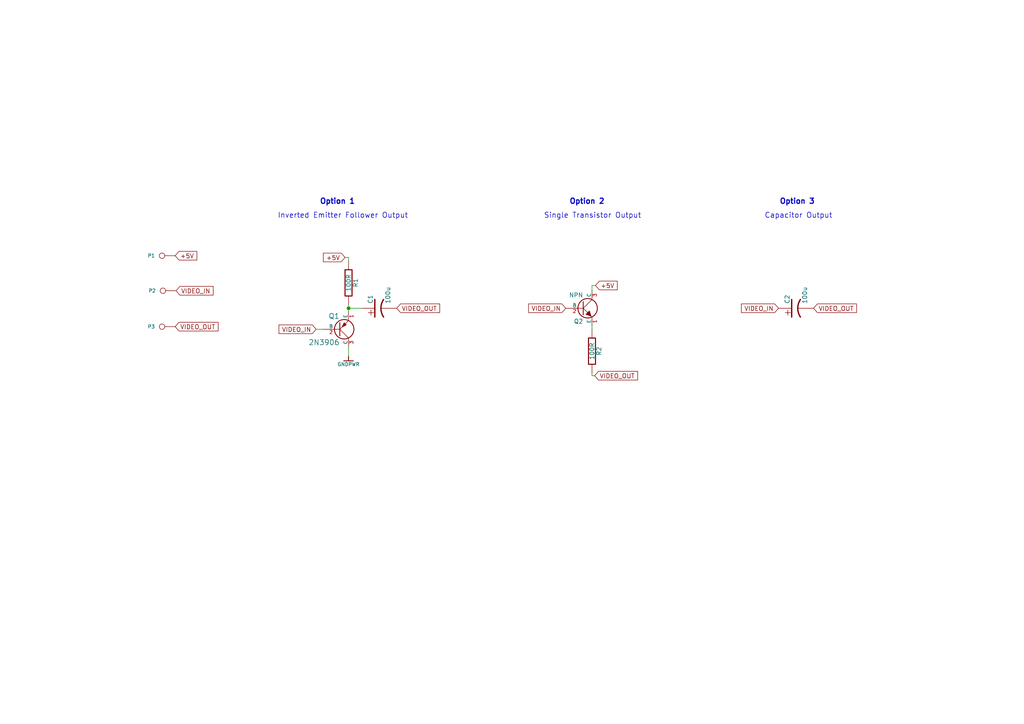
<source format=kicad_sch>
(kicad_sch (version 20250114) (generator "eeschema") (generator_version "9.0")
  (paper "A4")
  (title_block (title "ZX Spectrum 48K Composite Mod PCB") (date "2026-01-24") (rev "1.0") (company "Submeson Brain Corporation"))
  (lib_symbols
    (symbol "Spectrum-48K-Video-Mod-rescue:CONN_1" (pin_numbers (hide yes)) (pin_names (offset 0.762) (hide yes))
      (property "Reference" "P" (at 2.032 0 0))
      (symbol "CONN_1_0_1"
        (polyline (pts (xy -0.762 0) (xy -1.27 0)))
        (circle (center 0 0) (radius 0.7874))
      )
      (symbol "CONN_1_1_1"
        (pin passive line (at -3.81 0 0) (length 2.54) (name "1") (number "1"))
      )
    )
    (symbol "Spectrum-48K-Video-Mod-rescue:CP1" (pin_numbers (hide yes)) (pin_names (offset 0.254) (hide yes))
      (property "Reference" "C" (at 1.27 2.54 0))
      (property "Value" "CP1" (at 1.27 -2.54 0))
      (symbol "CP1_0_0"
        (text "+" (at -1.27 2.54 0) (effects (font (size 2.032 2.032))))
      )
      (symbol "CP1_0_1"
        (polyline (pts (xy -2.54 1.27) (xy 2.54 1.27) (xy 1.27 1.27) (xy 1.27 1.27)) (stroke (width 0.381)))
        (arc (start -2.54 -1.27) (mid 0 -0.5009) (end 2.54 -1.27) (stroke (width 0.381)))
      )
      (symbol "CP1_1_1"
        (pin passive line (at 0 5.08 270) (length 3.81) (name "~") (number "1"))
        (pin passive line (at 0 -5.08 90) (length 4.572) (name "~") (number "2"))
      )
    )
    (symbol "Spectrum-48K-Video-Mod-rescue:GND" (power) (pin_numbers (hide yes)) (pin_names (offset 0) (hide yes))
      (property "Value" "GND" (at 0 -2.286 0))
      (symbol "GND_0_1"
        (polyline (pts (xy 0 0) (xy 0 -1.143)) (stroke (width 0.254)))
        (polyline (pts (xy 1.397 -1.27) (xy -1.397 -1.27)) (stroke (width 0.254)))
      )
      (symbol "GND_1_1"
        (pin power_in line (at 0 0 90) (length 0) (hide yes) (name "GNDPWR") (number "1"))
      )
    )
    (symbol "Spectrum-48K-Video-Mod-rescue:NPN" (pin_names (offset 0))
      (property "Reference" "Q" (at 0 -3.81 0))
      (property "Value" "NPN" (at 0 3.81 0))
      (symbol "NPN_0_1"
        (polyline (pts (xy 0 1.905) (xy 0 -1.905) (xy 0 -1.905)) (stroke (width 0.254)))
        (polyline (pts (xy 0 0) (xy 2.54 2.54)))
        (circle (center 1.27 0) (radius 2.8194) (stroke (width 0.254)))
        (polyline (pts (xy 1.27 -1.27) (xy 0 0) (xy 0 0)))
        (polyline (pts (xy 2.286 -2.286) (xy 2.54 -2.54) (xy 2.54 -2.54)))
        (polyline (pts (xy 2.286 -2.286) (xy 1.778 -0.762) (xy 0.762 -1.778) (xy 2.286 -2.286) (xy 2.286 -2.286)) (fill (type outline)))
      )
      (symbol "NPN_1_1"
        (pin input line (at -5.08 0 0) (length 5.08) (name "B") (number "2"))
        (pin passive line (at 2.54 5.08 270) (length 2.54) (name "C") (number "3"))
        (pin passive line (at 2.54 -5.08 90) (length 2.54) (name "E") (number "1"))
      )
    )
    (symbol "Spectrum-48K-Video-Mod-rescue:PNP" (pin_names (offset 0))
      (property "Reference" "Q" (at 0 -3.81 0))
      (property "Value" "PNP" (at 0 3.81 0))
      (symbol "PNP_0_1"
        (polyline (pts (xy 0 1.905) (xy 0 -1.905) (xy 0 -1.905)) (stroke (width 0.254)) (fill (type outline)))
        (polyline (pts (xy 0 0) (xy 2.54 2.54)))
        (polyline (pts (xy 0.635 -0.635) (xy 0 0) (xy 0 0)))
        (polyline (pts (xy 0.635 -0.635) (xy 1.27 -1.905) (xy 1.905 -1.27) (xy 0.635 -0.635) (xy 0.635 -0.635)) (fill (type outline)))
        (circle (center 1.27 0) (radius 2.8194) (stroke (width 0.254)))
        (polyline (pts (xy 2.54 -2.54) (xy 1.651 -1.651) (xy 1.651 -1.651)))
      )
      (symbol "PNP_1_1"
        (pin input line (at -5.08 0 0) (length 5.08) (name "B") (number "2"))
        (pin passive line (at 2.54 5.08 270) (length 2.54) (name "C") (number "3"))
        (pin passive line (at 2.54 -5.08 90) (length 2.54) (name "E") (number "1"))
      )
    )
    (symbol "Spectrum-48K-Video-Mod-rescue:R" (pin_numbers (hide yes)) (pin_names (offset 0))
      (property "Reference" "R" (at 2.032 0 90))
      (property "Value" "R" (at 0 0 90))
      (symbol "R_0_1"
        (rectangle (start -1.016 3.81) (end 1.016 -3.81) (stroke (width 0.3048)))
      )
      (symbol "R_1_1"
        (pin passive line (at 0 6.35 270) (length 2.54) (name "~") (number "1"))
        (pin passive line (at 0 -6.35 90) (length 2.54) (name "~") (number "2"))
      )
    )
  )
  (text "Single Transistor Output" (at 157.734 63.5 0) (effects (font (size 1.524 1.524)) (justify left bottom)))
  (text "Option 1" (at 92.71 59.436 0) (effects (font (size 1.524 1.524) (thickness 0.3048) (bold yes)) (justify left bottom)))
  (text "Option 2" (at 165.1 59.436 0) (effects (font (size 1.524 1.524) (thickness 0.3048) (bold yes)) (justify left bottom)))
  (text "Option 3" (at 226.06 59.436 0) (effects (font (size 1.524 1.524) (thickness 0.3048) (bold yes)) (justify left bottom)))
  (text "Capacitor Output" (at 221.742 63.5 0) (effects (font (size 1.524 1.524)) (justify left bottom)))
  (text "Inverted Emitter Follower Output" (at 80.518 63.5 0) (effects (font (size 1.524 1.524)) (justify left bottom)))
  (junction (at 101.092 89.408))
  (wire (pts (xy 171.704 108.966) (xy 172.466 108.966)))
  (wire (pts (xy 171.704 82.804) (xy 172.72 82.804)))
  (wire (pts (xy 101.092 103.378) (xy 101.092 100.584)))
  (wire (pts (xy 101.092 74.676) (xy 100.076 74.676)))
  (wire (pts (xy 101.092 89.408) (xy 104.902 89.408)))
  (wire (pts (xy 171.704 94.488) (xy 171.704 95.504)))
  (wire (pts (xy 93.472 95.504) (xy 91.694 95.504)))
  (wire (pts (xy 101.092 89.408) (xy 101.092 90.424)))
  (wire (pts (xy 101.092 75.692) (xy 101.092 74.676)))
  (wire (pts (xy 101.092 88.392) (xy 101.092 89.408)))
  (wire (pts (xy 171.704 108.204) (xy 171.704 108.966)))
  (wire (pts (xy 171.704 84.328) (xy 171.704 82.804)))
  (global_label "VIDEO_IN" (shape input) (at 225.806 89.408 180) (property "Intersheetrefs" "${INTERSHEET_REFS}" (effects (hide yes))))
  (global_label "VIDEO_OUT" (shape input) (at 235.966 89.408 0) (property "Intersheetrefs" "${INTERSHEET_REFS}" (effects (hide yes))))
  (global_label "VIDEO_IN" (shape input) (at 91.694 95.504 180) (property "Intersheetrefs" "${INTERSHEET_REFS}" (effects (hide yes))))
  (global_label "+5V" (shape input) (at 172.72 82.804 0) (property "Intersheetrefs" "${INTERSHEET_REFS}" (effects (hide yes))))
  (global_label "+5V" (shape input) (at 100.076 74.676 180) (property "Intersheetrefs" "${INTERSHEET_REFS}" (effects (hide yes))))
  (global_label "VIDEO_OUT" (shape input) (at 115.062 89.408 0) (property "Intersheetrefs" "${INTERSHEET_REFS}" (effects (hide yes))))
  (global_label "VIDEO_IN" (shape input) (at 164.084 89.408 180) (property "Intersheetrefs" "${INTERSHEET_REFS}" (effects (hide yes))))
  (global_label "VIDEO_IN" (shape input) (at 51.054 84.328 0) (property "Intersheetrefs" "${INTERSHEET_REFS}" (effects (hide yes))))
  (global_label "+5V" (shape input) (at 50.8 74.168 0) (property "Intersheetrefs" "${INTERSHEET_REFS}" (effects (hide yes))))
  (global_label "VIDEO_OUT" (shape input) (at 172.466 108.966 0) (property "Intersheetrefs" "${INTERSHEET_REFS}" (effects (hide yes))))
  (global_label "VIDEO_OUT" (shape input) (at 50.8 94.742 0) (property "Intersheetrefs" "${INTERSHEET_REFS}" (effects (hide yes))))
  (symbol (lib_id "Spectrum-48K-Video-Mod-rescue:CP1") (at 109.982 89.408 90) (unit 1)
    (property "Reference" "C1" (at 107.442 88.138 0) (effects (justify left)))
    (property "Value" "100u" (at 112.522 88.138 0) (effects (justify left)))
    (property "Footprint" "Capacitors_THT:CP_Radial_D7.5mm_P2.50mm" (effects (hide yes)))
  )
  (symbol (lib_id "Spectrum-48K-Video-Mod-rescue:PNP") (at 98.552 95.504 0) (mirror x) (unit 1)
    (property "Reference" "Q1" (at 98.552 91.694 0) (effects (font (size 1.524 1.524)) (justify right)))
    (property "Value" "2N3906" (at 98.552 99.314 0) (effects (font (size 1.524 1.524)) (justify right)))
    (property "Footprint" "TO_SOT_Packages_THT:TO-92_Inline_Narrow_Oval" (effects (hide yes)))
  )
  (symbol (lib_id "Spectrum-48K-Video-Mod-rescue:R") (at 101.092 82.042 0) (unit 1)
    (property "Reference" "R1" (at 103.124 82.042 90))
    (property "Value" "100R" (at 101.092 82.042 90))
    (property "Footprint" "Resistors_THT:R_Axial_DIN0207_L6.3mm_D2.5mm_P10.16mm_Horizontal" (effects (hide yes)))
  )
  (symbol (lib_id "Spectrum-48K-Video-Mod-rescue:GND") (at 101.092 103.378 0) (unit 1)
    (property "Reference" "#PWR01" (effects (hide yes)))
    (property "Value" "GNDPWR" (at 101.092 105.664 0) (effects (font (size 1.016 1.016))))
  )
  (symbol (lib_id "Spectrum-48K-Video-Mod-rescue:CONN_1") (at 46.99 74.168 180) (unit 1)
    (property "Reference" "P1" (at 44.958 74.168 0) (effects (font (size 1.016 1.016)) (justify left)))
    (property "Value" "CONN_1" (effects (hide yes)))
    (property "Footprint" "Pin_Headers:Pin_Header_Straight_1x01_Pitch2.54mm" (effects (hide yes)))
  )
  (symbol (lib_id "Spectrum-48K-Video-Mod-rescue:CONN_1") (at 47.244 84.328 180) (unit 1)
    (property "Reference" "P2" (at 45.212 84.328 0) (effects (font (size 1.016 1.016)) (justify left)))
    (property "Value" "CONN_1" (effects (hide yes)))
    (property "Footprint" "Pin_Headers:Pin_Header_Straight_1x01_Pitch2.54mm" (effects (hide yes)))
  )
  (symbol (lib_id "Spectrum-48K-Video-Mod-rescue:CONN_1") (at 46.99 94.742 180) (unit 1)
    (property "Reference" "P3" (at 44.958 94.742 0) (effects (font (size 1.016 1.016)) (justify left)))
    (property "Value" "CONN_1" (effects (hide yes)))
    (property "Footprint" "Pin_Headers:Pin_Header_Straight_1x01_Pitch2.54mm" (effects (hide yes)))
  )
  (symbol (lib_id "Spectrum-48K-Video-Mod-rescue:CP1") (at 230.886 89.408 90) (unit 1)
    (property "Reference" "C2" (at 228.346 88.138 0) (effects (justify left)))
    (property "Value" "100u" (at 233.426 88.138 0) (effects (justify left)))
    (property "Footprint" "Capacitors_THT:CP_Radial_D7.5mm_P2.50mm" (effects (hide yes)))
  )
  (symbol (lib_id "Spectrum-48K-Video-Mod-rescue:NPN") (at 169.164 89.408 0) (unit 1)
    (property "Reference" "Q2" (at 169.164 93.218 0) (effects (justify right)))
    (property "Value" "NPN" (at 169.164 85.598 0) (effects (justify right)))
    (property "Footprint" "TO_SOT_Packages_THT:TO-92_Inline_Narrow_Oval" (effects (hide yes)))
  )
  (symbol (lib_id "Spectrum-48K-Video-Mod-rescue:R") (at 171.704 101.854 0) (unit 1)
    (property "Reference" "R2" (at 173.736 101.854 90))
    (property "Value" "100R" (at 171.704 101.854 90))
    (property "Footprint" "Resistors_THT:R_Axial_DIN0207_L6.3mm_D2.5mm_P10.16mm_Horizontal" (effects (hide yes)))
  )
)
</source>
